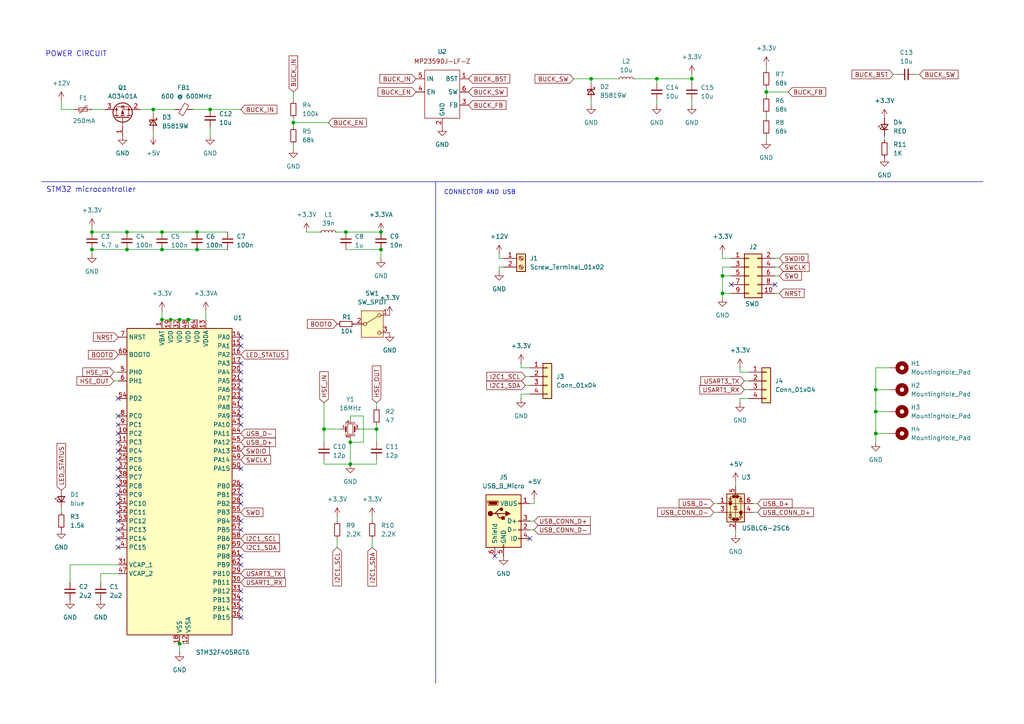
<source format=kicad_sch>
(kicad_sch (version 20231120) (generator "eeschema") (generator_version "8.0")
  (paper "A4")
  (title_block (title "STM32F4 board_1") (date "2024-10-15") (rev "1.0") (company "git_hub"))
  (lib_symbols
    (symbol "Connector:Screw_Terminal_01x02" (pin_names (offset 1.016) hide)
      (property "Reference" "J" (at 0 2.54 0))
      (property "Value" "Screw_Terminal_01x02" (at 0 -5.08 0))
      (symbol "Screw_Terminal_01x02_1_1"
        (pin passive line (at -5.08 0 0) (length 3.81) (name "Pin_1") (number "1"))
        (pin passive line (at -5.08 -2.54 0) (length 3.81) (name "Pin_2") (number "2"))
      )
    )
    (symbol "Connector:USB_B_Micro" (pin_names (offset 1.016))
      (property "Reference" "J" (at -5.08 11.43 0))
      (property "Value" "USB_B_Micro" (at -5.08 8.89 0))
      (symbol "USB_B_Micro_1_1"
        (pin power_out line (at 7.62 5.08 180) (length 2.54) (name "VBUS") (number "1"))
        (pin bidirectional line (at 7.62 -2.54 180) (length 2.54) (name "D-") (number "2"))
        (pin bidirectional line (at 7.62 0 180) (length 2.54) (name "D+") (number "3"))
        (pin passive line (at 7.62 -5.08 180) (length 2.54) (name "ID") (number "4"))
        (pin power_out line (at 0 -10.16 90) (length 2.54) (name "GND") (number "5"))
        (pin passive line (at -2.54 -10.16 90) (length 2.54) (name "Shield") (number "6"))
      )
    )
    (symbol "Connector_Generic:Conn_01x04" (pin_names (offset 1.016) hide)
      (property "Reference" "J" (at 0 5.08 0))
      (property "Value" "Conn_01x04" (at 0 -7.62 0))
      (symbol "Conn_01x04_1_1"
        (pin passive line (at -5.08 2.54 0) (length 3.81) (name "Pin_1") (number "1"))
        (pin passive line (at -5.08 0 0) (length 3.81) (name "Pin_2") (number "2"))
        (pin passive line (at -5.08 -2.54 0) (length 3.81) (name "Pin_3") (number "3"))
        (pin passive line (at -5.08 -5.08 0) (length 3.81) (name "Pin_4") (number "4"))
      )
    )
    (symbol "Connector_Generic:Conn_02x05_Odd_Even" (pin_names (offset 1.016) hide)
      (property "Reference" "J" (at 1.27 7.62 0))
      (property "Value" "Conn_02x05_Odd_Even" (at 1.27 -7.62 0))
      (symbol "Conn_02x05_Odd_Even_1_1"
        (pin passive line (at -5.08 5.08 0) (length 3.81) (name "Pin_1") (number "1"))
        (pin passive line (at 7.62 -5.08 180) (length 3.81) (name "Pin_10") (number "10"))
        (pin passive line (at 7.62 5.08 180) (length 3.81) (name "Pin_2") (number "2"))
        (pin passive line (at -5.08 2.54 0) (length 3.81) (name "Pin_3") (number "3"))
        (pin passive line (at 7.62 2.54 180) (length 3.81) (name "Pin_4") (number "4"))
        (pin passive line (at -5.08 0 0) (length 3.81) (name "Pin_5") (number "5"))
        (pin passive line (at 7.62 0 180) (length 3.81) (name "Pin_6") (number "6"))
        (pin passive line (at -5.08 -2.54 0) (length 3.81) (name "Pin_7") (number "7"))
        (pin passive line (at 7.62 -2.54 180) (length 3.81) (name "Pin_8") (number "8"))
        (pin passive line (at -5.08 -5.08 0) (length 3.81) (name "Pin_9") (number "9"))
      )
    )
    (symbol "Device:C_Small" (pin_numbers hide) (pin_names (offset 0.254) hide)
      (property "Reference" "C" (at 0.254 1.778 0))
      (property "Value" "C_Small" (at 0.254 -2.032 0))
      (symbol "C_Small_1_1"
        (pin passive line (at 0 2.54 270) (length 2.032) (name "~") (number "1"))
        (pin passive line (at 0 -2.54 90) (length 2.032) (name "~") (number "2"))
      )
    )
    (symbol "Device:Crystal_GND24_Small" (pin_names (offset 1.016) hide)
      (property "Reference" "Y" (at 1.27 4.445 0))
      (property "Value" "Crystal_GND24_Small" (at 1.27 2.54 0))
      (symbol "Crystal_GND24_Small_1_1"
        (pin passive line (at -2.54 0 0) (length 1.27) (name "1") (number "1"))
        (pin passive line (at 0 -2.54 90) (length 0.635) (name "2") (number "2"))
        (pin passive line (at 2.54 0 180) (length 1.27) (name "3") (number "3"))
        (pin passive line (at 0 2.54 270) (length 0.635) (name "4") (number "4"))
      )
    )
    (symbol "Device:D_Schottky_Small" (pin_numbers hide) (pin_names (offset 0.254) hide)
      (property "Reference" "D" (at -1.27 2.032 0))
      (property "Value" "D_Schottky_Small" (at -7.112 -2.032 0))
      (symbol "D_Schottky_Small_1_1"
        (pin passive line (at -2.54 0 0) (length 1.778) (name "K") (number "1"))
        (pin passive line (at 2.54 0 180) (length 1.778) (name "A") (number "2"))
      )
    )
    (symbol "Device:FerriteBead_Small" (pin_numbers hide) (pin_names (offset 0))
      (property "Reference" "FB" (at 1.905 1.27 0))
      (property "Value" "FerriteBead_Small" (at 1.905 -1.27 0))
      (symbol "FerriteBead_Small_1_1"
        (pin passive line (at 0 2.54 270) (length 1.27) (name "~") (number "1"))
        (pin passive line (at 0 -2.54 90) (length 1.27) (name "~") (number "2"))
      )
    )
    (symbol "Device:LED_Small" (pin_numbers hide) (pin_names (offset 0.254) hide)
      (property "Reference" "D" (at -1.27 3.175 0))
      (property "Value" "LED_Small" (at -4.445 -2.54 0))
      (symbol "LED_Small_1_1"
        (pin passive line (at -2.54 0 0) (length 1.778) (name "K") (number "1"))
        (pin passive line (at 2.54 0 180) (length 1.778) (name "A") (number "2"))
      )
    )
    (symbol "Device:L_Small" (pin_numbers hide) (pin_names (offset 0.254) hide)
      (property "Reference" "L" (at 0.762 1.016 0))
      (property "Value" "L_Small" (at 0.762 -1.016 0))
      (symbol "L_Small_1_1"
        (pin passive line (at 0 2.54 270) (length 0.508) (name "~") (number "1"))
        (pin passive line (at 0 -2.54 90) (length 0.508) (name "~") (number "2"))
      )
    )
    (symbol "Device:Polyfuse_Small" (pin_numbers hide) (pin_names (offset 0))
      (property "Reference" "F" (at -1.905 0 90))
      (property "Value" "Polyfuse_Small" (at 1.905 0 90))
      (symbol "Polyfuse_Small_1_1"
        (pin passive line (at 0 2.54 270) (length 0.635) (name "~") (number "1"))
        (pin passive line (at 0 -2.54 90) (length 0.635) (name "~") (number "2"))
      )
    )
    (symbol "Device:R_Small" (pin_numbers hide) (pin_names (offset 0.254) hide)
      (property "Reference" "R" (at 0.762 0.508 0))
      (property "Value" "R_Small" (at 0.762 -1.016 0))
      (symbol "R_Small_1_1"
        (pin passive line (at 0 2.54 270) (length 0.762) (name "~") (number "1"))
        (pin passive line (at 0 -2.54 90) (length 0.762) (name "~") (number "2"))
      )
    )
    (symbol "MCU_ST_STM32F4:STM32F405RGTx"
      (property "Reference" "U" (at -15.24 46.99 0))
      (property "Value" "STM32F405RGTx" (at 10.16 46.99 0))
      (symbol "STM32F405RGTx_1_1"
        (pin power_in line (at -5.08 48.26 270) (length 2.54) (name "VBAT") (number "1"))
        (pin bidirectional line (at -17.78 15.24 0) (length 2.54) (name "PC2") (number "10"))
        (pin bidirectional line (at -17.78 12.7 0) (length 2.54) (name "PC3") (number "11"))
        (pin power_in line (at 2.54 -45.72 90) (length 2.54) (name "VSSA") (number "12"))
        (pin power_in line (at 7.62 48.26 270) (length 2.54) (name "VDDA") (number "13"))
        (pin bidirectional line (at 17.78 43.18 180) (length 2.54) (name "PA0") (number "14"))
        (pin bidirectional line (at 17.78 40.64 180) (length 2.54) (name "PA1") (number "15"))
        (pin bidirectional line (at 17.78 38.1 180) (length 2.54) (name "PA2") (number "16"))
        (pin bidirectional line (at 17.78 35.56 180) (length 2.54) (name "PA3") (number "17"))
        (pin power_in line (at 0 -45.72 90) (length 2.54) (name "VSS") (number "18"))
        (pin power_in line (at -2.54 48.26 270) (length 2.54) (name "VDD") (number "19"))
        (pin bidirectional line (at -17.78 -12.7 0) (length 2.54) (name "PC13") (number "2"))
        (pin bidirectional line (at 17.78 33.02 180) (length 2.54) (name "PA4") (number "20"))
        (pin bidirectional line (at 17.78 30.48 180) (length 2.54) (name "PA5") (number "21"))
        (pin bidirectional line (at 17.78 27.94 180) (length 2.54) (name "PA6") (number "22"))
        (pin bidirectional line (at 17.78 25.4 180) (length 2.54) (name "PA7") (number "23"))
        (pin bidirectional line (at -17.78 10.16 0) (length 2.54) (name "PC4") (number "24"))
        (pin bidirectional line (at -17.78 7.62 0) (length 2.54) (name "PC5") (number "25"))
        (pin bidirectional line (at 17.78 0 180) (length 2.54) (name "PB0") (number "26"))
        (pin bidirectional line (at 17.78 -2.54 180) (length 2.54) (name "PB1") (number "27"))
        (pin bidirectional line (at 17.78 -5.08 180) (length 2.54) (name "PB2") (number "28"))
        (pin bidirectional line (at 17.78 -25.4 180) (length 2.54) (name "PB10") (number "29"))
        (pin bidirectional line (at -17.78 -15.24 0) (length 2.54) (name "PC14") (number "3"))
        (pin bidirectional line (at 17.78 -27.94 180) (length 2.54) (name "PB11") (number "30"))
        (pin power_out line (at -17.78 -22.86 0) (length 2.54) (name "VCAP_1") (number "31"))
        (pin power_in line (at 0 48.26 270) (length 2.54) (name "VDD") (number "32"))
        (pin bidirectional line (at 17.78 -30.48 180) (length 2.54) (name "PB12") (number "33"))
        (pin bidirectional line (at 17.78 -33.02 180) (length 2.54) (name "PB13") (number "34"))
        (pin bidirectional line (at 17.78 -35.56 180) (length 2.54) (name "PB14") (number "35"))
        (pin bidirectional line (at 17.78 -38.1 180) (length 2.54) (name "PB15") (number "36"))
        (pin bidirectional line (at -17.78 5.08 0) (length 2.54) (name "PC6") (number "37"))
        (pin bidirectional line (at -17.78 2.54 0) (length 2.54) (name "PC7") (number "38"))
        (pin bidirectional line (at -17.78 0 0) (length 2.54) (name "PC8") (number "39"))
        (pin bidirectional line (at -17.78 -17.78 0) (length 2.54) (name "PC15") (number "4"))
        (pin bidirectional line (at -17.78 -2.54 0) (length 2.54) (name "PC9") (number "40"))
        (pin bidirectional line (at 17.78 22.86 180) (length 2.54) (name "PA8") (number "41"))
        (pin bidirectional line (at 17.78 20.32 180) (length 2.54) (name "PA9") (number "42"))
        (pin bidirectional line (at 17.78 17.78 180) (length 2.54) (name "PA10") (number "43"))
        (pin bidirectional line (at 17.78 15.24 180) (length 2.54) (name "PA11") (number "44"))
        (pin bidirectional line (at 17.78 12.7 180) (length 2.54) (name "PA12") (number "45"))
        (pin bidirectional line (at 17.78 10.16 180) (length 2.54) (name "PA13") (number "46"))
        (pin power_out line (at -17.78 -25.4 0) (length 2.54) (name "VCAP_2") (number "47"))
        (pin power_in line (at 2.54 48.26 270) (length 2.54) (name "VDD") (number "48"))
        (pin bidirectional line (at 17.78 7.62 180) (length 2.54) (name "PA14") (number "49"))
        (pin bidirectional line (at -17.78 33.02 0) (length 2.54) (name "PH0") (number "5"))
        (pin bidirectional line (at 17.78 5.08 180) (length 2.54) (name "PA15") (number "50"))
        (pin bidirectional line (at -17.78 -5.08 0) (length 2.54) (name "PC10") (number "51"))
        (pin bidirectional line (at -17.78 -7.62 0) (length 2.54) (name "PC11") (number "52"))
        (pin bidirectional line (at -17.78 -10.16 0) (length 2.54) (name "PC12") (number "53"))
        (pin bidirectional line (at -17.78 25.4 0) (length 2.54) (name "PD2") (number "54"))
        (pin bidirectional line (at 17.78 -7.62 180) (length 2.54) (name "PB3") (number "55"))
        (pin bidirectional line (at 17.78 -10.16 180) (length 2.54) (name "PB4") (number "56"))
        (pin bidirectional line (at 17.78 -12.7 180) (length 2.54) (name "PB5") (number "57"))
        (pin bidirectional line (at 17.78 -15.24 180) (length 2.54) (name "PB6") (number "58"))
        (pin bidirectional line (at 17.78 -17.78 180) (length 2.54) (name "PB7") (number "59"))
        (pin bidirectional line (at -17.78 30.48 0) (length 2.54) (name "PH1") (number "6"))
        (pin input line (at -17.78 38.1 0) (length 2.54) (name "BOOT0") (number "60"))
        (pin bidirectional line (at 17.78 -20.32 180) (length 2.54) (name "PB8") (number "61"))
        (pin bidirectional line (at 17.78 -22.86 180) (length 2.54) (name "PB9") (number "62"))
        (pin passive line (at 0 -45.72 90) (length 2.54) hide (name "VSS") (number "63"))
        (pin power_in line (at 5.08 48.26 270) (length 2.54) (name "VDD") (number "64"))
        (pin input line (at -17.78 43.18 0) (length 2.54) (name "NRST") (number "7"))
        (pin bidirectional line (at -17.78 20.32 0) (length 2.54) (name "PC0") (number "8"))
        (pin bidirectional line (at -17.78 17.78 0) (length 2.54) (name "PC1") (number "9"))
      )
    )
    (symbol "Mechanical:MountingHole_Pad" (pin_numbers hide) (pin_names (offset 1.016) hide) (exclude_from_sim yes) (in_bom no)
      (property "Reference" "H" (at 0 6.35 0))
      (property "Value" "MountingHole_Pad" (at 0 4.445 0))
      (symbol "MountingHole_Pad_1_1"
        (pin input line (at 0 -2.54 90) (length 2.54) (name "1") (number "1"))
      )
    )
    (symbol "Power_Protection:USBLC6-2SC6" (pin_names hide)
      (property "Reference" "U" (at 0.635 5.715 0))
      (property "Value" "USBLC6-2SC6" (at 0.635 3.81 0))
      (symbol "USBLC6-2SC6_1_1"
        (pin passive line (at -5.08 0 0) (length 2.54) (name "I/O1") (number "1"))
        (pin passive line (at 0 -7.62 90) (length 2.54) (name "GND") (number "2"))
        (pin passive line (at -5.08 -2.54 0) (length 2.54) (name "I/O2") (number "3"))
        (pin passive line (at 5.08 -2.54 180) (length 2.54) (name "I/O2") (number "4"))
        (pin passive line (at 0 5.08 270) (length 2.54) (name "VBUS") (number "5"))
        (pin passive line (at 5.08 0 180) (length 2.54) (name "I/O1") (number "6"))
      )
    )
    (symbol "Switch:SW_SPDT" (pin_names (offset 0) hide)
      (property "Reference" "SW" (at 0 5.08 0))
      (property "Value" "SW_SPDT" (at 0 -5.08 0))
      (symbol "SW_SPDT_1_1"
        (pin passive line (at 5.08 2.54 180) (length 2.54) (name "A") (number "1"))
        (pin passive line (at -5.08 0 0) (length 2.54) (name "B") (number "2"))
        (pin passive line (at 5.08 -2.54 180) (length 2.54) (name "C") (number "3"))
      )
    )
    (symbol "Transistor_FET:AO3401A" (pin_names hide)
      (property "Reference" "Q" (at 5.08 1.905 0))
      (property "Value" "AO3401A" (at 5.08 0 0))
      (symbol "AO3401A_1_1"
        (pin input line (at -5.08 0 0) (length 2.54) (name "G") (number "1"))
        (pin passive line (at 2.54 -5.08 90) (length 2.54) (name "S") (number "2"))
        (pin passive line (at 2.54 5.08 270) (length 2.54) (name "D") (number "3"))
      )
    )
    (symbol "custom_libraries:MP2359"
      (property "Reference" "U" (at 0 19.05 0))
      (symbol "MP2359_1_1"
        (text "MP2359DJ-LF-Z\n" (at 0 16.51 0) (effects (font (size 1.27 1.27))))
        (pin input line (at 7.62 11.43 180) (length 2.54) (name "BST") (number "1"))
        (pin input line (at 0 -2.54 90) (length 2.54) (name "GND") (number "2"))
        (pin input line (at 7.62 3.81 180) (length 2.54) (name "FB") (number "3"))
        (pin input line (at -7.62 7.62 0) (length 2.54) (name "EN") (number "4"))
        (pin input line (at -7.62 11.43 0) (length 2.54) (name "IN") (number "5"))
        (pin input line (at 7.62 7.62 180) (length 2.54) (name "SW") (number "6"))
      )
    )
    (symbol "power:+12V" (power) (pin_numbers hide) (pin_names (offset 0) hide)
      (property "Value" "+12V" (at 0 3.556 0))
      (symbol "+12V_1_1"
        (pin power_in line (at 0 0 90) (length 0) (name "~") (number "1"))
      )
    )
    (symbol "power:+3.3V" (power) (pin_numbers hide) (pin_names (offset 0) hide)
      (property "Value" "+3.3V" (at 0 3.556 0))
      (symbol "+3.3V_1_1"
        (pin power_in line (at 0 0 90) (length 0) (name "~") (number "1"))
      )
    )
    (symbol "power:+3.3VA" (power) (pin_numbers hide) (pin_names (offset 0) hide)
      (property "Value" "+3.3VA" (at 0 3.556 0))
      (symbol "+3.3VA_1_1"
        (pin power_in line (at 0 0 90) (length 0) (name "~") (number "1"))
      )
    )
    (symbol "power:+5V" (power) (pin_numbers hide) (pin_names (offset 0) hide)
      (property "Value" "+5V" (at 0 3.556 0))
      (symbol "+5V_1_1"
        (pin power_in line (at 0 0 90) (length 0) (name "~") (number "1"))
      )
    )
    (symbol "power:GND" (power) (pin_numbers hide) (pin_names (offset 0) hide)
      (property "Value" "GND" (at 0 -3.81 0))
      (symbol "GND_1_1"
        (pin power_in line (at 0 0 270) (length 0) (name "~") (number "1"))
      )
    )
  )
  (junction (at 209.55 80.01))
  (junction (at 93.98 124.46))
  (junction (at 254 125.73))
  (junction (at 171.45 22.86))
  (junction (at 101.6 128.27))
  (junction (at 110.49 67.31))
  (junction (at 46.99 72.39))
  (junction (at 26.67 72.39))
  (junction (at 54.61 92.71))
  (junction (at 46.99 92.71))
  (junction (at 101.6 134.62))
  (junction (at 36.83 72.39))
  (junction (at 36.83 67.31))
  (junction (at 200.66 22.86))
  (junction (at 49.53 92.71))
  (junction (at 46.99 67.31))
  (junction (at 254 113.03))
  (junction (at 57.15 72.39))
  (junction (at 60.96 31.75))
  (junction (at 57.15 67.31))
  (junction (at 222.25 26.67))
  (junction (at 209.55 85.09))
  (junction (at 85.09 35.56))
  (junction (at 44.45 31.75))
  (junction (at 52.07 92.71))
  (junction (at 254 119.38))
  (junction (at 109.22 124.46))
  (junction (at 110.49 72.39))
  (junction (at 190.5 22.86))
  (junction (at 26.67 67.31))
  (junction (at 100.33 67.31))
  (junction (at 52.07 186.69))
  (no_connect (at 69.85 163.83))
  (no_connect (at 34.29 151.13))
  (no_connect (at 224.79 82.55))
  (no_connect (at 69.85 105.41))
  (no_connect (at 34.29 153.67))
  (no_connect (at 34.29 146.05))
  (no_connect (at 34.29 135.89))
  (no_connect (at 34.29 140.97))
  (no_connect (at 69.85 107.95))
  (no_connect (at 34.29 125.73))
  (no_connect (at 69.85 143.51))
  (no_connect (at 212.09 82.55))
  (no_connect (at 69.85 110.49))
  (no_connect (at 69.85 140.97))
  (no_connect (at 34.29 128.27))
  (no_connect (at 34.29 123.19))
  (no_connect (at 34.29 138.43))
  (no_connect (at 69.85 97.79))
  (no_connect (at 34.29 148.59))
  (no_connect (at 69.85 123.19))
  (no_connect (at 143.51 161.29))
  (no_connect (at 69.85 118.11))
  (no_connect (at 69.85 151.13))
  (no_connect (at 34.29 133.35))
  (no_connect (at 69.85 173.99))
  (no_connect (at 69.85 153.67))
  (no_connect (at 69.85 115.57))
  (no_connect (at 69.85 120.65))
  (no_connect (at 34.29 158.75))
  (no_connect (at 153.67 156.21))
  (no_connect (at 34.29 143.51))
  (no_connect (at 34.29 130.81))
  (no_connect (at 69.85 135.89))
  (no_connect (at 69.85 100.33))
  (no_connect (at 69.85 171.45))
  (no_connect (at 69.85 113.03))
  (no_connect (at 69.85 179.07))
  (no_connect (at 34.29 156.21))
  (no_connect (at 34.29 120.65))
  (no_connect (at 69.85 161.29))
  (no_connect (at 34.29 115.57))
  (no_connect (at 69.85 146.05))
  (no_connect (at 69.85 176.53))
  (wire (pts (xy 105.41 120.65) (xy 105.41 128.27)))
  (wire (pts (xy 107.95 156.21) (xy 107.95 158.75)))
  (wire (pts (xy 166.37 22.86) (xy 171.45 22.86)))
  (wire (pts (xy 209.55 86.36) (xy 209.55 85.09)))
  (wire (pts (xy 213.36 153.67) (xy 213.36 154.94)))
  (wire (pts (xy 60.96 31.75) (xy 69.85 31.75)))
  (wire (pts (xy 104.14 124.46) (xy 109.22 124.46)))
  (wire (pts (xy 222.25 26.67) (xy 228.6 26.67)))
  (wire (pts (xy 20.32 163.83) (xy 34.29 163.83)))
  (wire (pts (xy 209.55 85.09) (xy 212.09 85.09)))
  (wire (pts (xy 254 125.73) (xy 254 128.27)))
  (wire (pts (xy 36.83 72.39) (xy 46.99 72.39)))
  (wire (pts (xy 44.45 38.1) (xy 44.45 39.37)))
  (wire (pts (xy 214.63 115.57) (xy 214.63 116.84)))
  (wire (pts (xy 151.13 105.41) (xy 151.13 106.68)))
  (wire (pts (xy 85.09 35.56) (xy 95.25 35.56)))
  (wire (pts (xy 109.22 123.19) (xy 109.22 124.46)))
  (wire (pts (xy 36.83 67.31) (xy 46.99 67.31)))
  (wire (pts (xy 153.67 151.13) (xy 154.94 151.13)))
  (wire (pts (xy 52.07 186.69) (xy 52.07 189.23)))
  (wire (pts (xy 152.4 111.76) (xy 153.67 111.76)))
  (wire (pts (xy 144.78 78.74) (xy 144.78 77.47)))
  (wire (pts (xy 110.49 72.39) (xy 110.49 74.93)))
  (wire (pts (xy 34.29 166.37) (xy 29.21 166.37)))
  (wire (pts (xy 44.45 31.75) (xy 44.45 33.02)))
  (wire (pts (xy 93.98 134.62) (xy 101.6 134.62)))
  (wire (pts (xy 17.78 29.21) (xy 17.78 31.75)))
  (wire (pts (xy 224.79 77.47) (xy 226.06 77.47)))
  (wire (pts (xy 29.21 166.37) (xy 29.21 168.91)))
  (wire (pts (xy 93.98 128.27) (xy 93.98 124.46)))
  (wire (pts (xy 57.15 72.39) (xy 66.04 72.39)))
  (wire (pts (xy 26.67 67.31) (xy 36.83 67.31)))
  (wire (pts (xy 207.01 148.59) (xy 208.28 148.59)))
  (wire (pts (xy 222.25 39.37) (xy 222.25 40.64)))
  (wire (pts (xy 256.54 40.64) (xy 256.54 39.37)))
  (wire (pts (xy 224.79 85.09) (xy 226.06 85.09)))
  (wire (pts (xy 97.79 149.86) (xy 97.79 151.13)))
  (wire (pts (xy 209.55 77.47) (xy 209.55 80.01)))
  (wire (pts (xy 93.98 116.84) (xy 93.98 124.46)))
  (wire (pts (xy 26.67 72.39) (xy 36.83 72.39)))
  (wire (pts (xy 190.5 29.21) (xy 190.5 30.48)))
  (wire (pts (xy 97.79 156.21) (xy 97.79 158.75)))
  (wire (pts (xy 222.25 26.67) (xy 222.25 27.94)))
  (wire (pts (xy 144.78 74.93) (xy 146.05 74.93)))
  (wire (pts (xy 209.55 74.93) (xy 212.09 74.93)))
  (polyline (pts (xy 12.065 52.705) (xy 126.365 52.705)))
  (polyline (pts (xy 126.365 198.12) (xy 126.365 52.705)))
  (wire (pts (xy 60.96 39.37) (xy 60.96 36.83)))
  (wire (pts (xy 152.4 109.22) (xy 153.67 109.22)))
  (wire (pts (xy 17.78 148.59) (xy 17.78 147.32)))
  (wire (pts (xy 171.45 22.86) (xy 179.07 22.86)))
  (wire (pts (xy 59.69 90.17) (xy 59.69 92.71)))
  (wire (pts (xy 171.45 22.86) (xy 171.45 24.13)))
  (wire (pts (xy 85.09 26.67) (xy 85.09 29.21)))
  (wire (pts (xy 97.79 67.31) (xy 100.33 67.31)))
  (wire (pts (xy 153.67 114.3) (xy 151.13 114.3)))
  (wire (pts (xy 26.67 31.75) (xy 30.48 31.75)))
  (wire (pts (xy 254 113.03) (xy 254 119.38)))
  (wire (pts (xy 154.94 144.78) (xy 154.94 146.05)))
  (wire (pts (xy 254 119.38) (xy 257.81 119.38)))
  (wire (pts (xy 55.88 31.75) (xy 60.96 31.75)))
  (wire (pts (xy 101.6 127) (xy 101.6 128.27)))
  (wire (pts (xy 144.78 73.66) (xy 144.78 74.93)))
  (polyline (pts (xy 126.365 52.705) (xy 285.115 52.705)))
  (wire (pts (xy 200.66 22.86) (xy 190.5 22.86)))
  (wire (pts (xy 46.99 67.31) (xy 57.15 67.31)))
  (wire (pts (xy 100.33 67.31) (xy 110.49 67.31)))
  (wire (pts (xy 40.64 31.75) (xy 44.45 31.75)))
  (wire (pts (xy 217.17 115.57) (xy 214.63 115.57)))
  (wire (pts (xy 101.6 121.92) (xy 101.6 120.65)))
  (wire (pts (xy 46.99 90.17) (xy 46.99 92.71)))
  (wire (pts (xy 254 113.03) (xy 257.81 113.03)))
  (wire (pts (xy 213.36 139.7) (xy 213.36 140.97)))
  (wire (pts (xy 88.9 67.31) (xy 92.71 67.31)))
  (wire (pts (xy 105.41 128.27) (xy 101.6 128.27)))
  (wire (pts (xy 93.98 133.35) (xy 93.98 134.62)))
  (wire (pts (xy 214.63 107.95) (xy 217.17 107.95)))
  (wire (pts (xy 17.78 31.75) (xy 21.59 31.75)))
  (wire (pts (xy 109.22 118.11) (xy 109.22 116.84)))
  (wire (pts (xy 107.95 149.86) (xy 107.95 151.13)))
  (wire (pts (xy 100.33 72.39) (xy 110.49 72.39)))
  (wire (pts (xy 52.07 92.71) (xy 54.61 92.71)))
  (wire (pts (xy 184.15 22.86) (xy 190.5 22.86)))
  (wire (pts (xy 154.94 146.05) (xy 153.67 146.05)))
  (wire (pts (xy 33.02 110.49) (xy 34.29 110.49)))
  (wire (pts (xy 200.66 21.59) (xy 200.66 22.86)))
  (wire (pts (xy 46.99 92.71) (xy 49.53 92.71)))
  (wire (pts (xy 209.55 80.01) (xy 212.09 80.01)))
  (wire (pts (xy 20.32 168.91) (xy 20.32 163.83)))
  (wire (pts (xy 218.44 148.59) (xy 219.71 148.59)))
  (wire (pts (xy 265.43 21.59) (xy 266.7 21.59)))
  (wire (pts (xy 222.25 25.4) (xy 222.25 26.67)))
  (wire (pts (xy 214.63 106.68) (xy 214.63 107.95)))
  (wire (pts (xy 257.81 106.68) (xy 254 106.68)))
  (wire (pts (xy 109.22 124.46) (xy 109.22 128.27)))
  (wire (pts (xy 215.9 113.03) (xy 217.17 113.03)))
  (wire (pts (xy 46.99 72.39) (xy 57.15 72.39)))
  (wire (pts (xy 26.67 72.39) (xy 26.67 73.66)))
  (wire (pts (xy 151.13 114.3) (xy 151.13 115.57)))
  (wire (pts (xy 33.02 107.95) (xy 34.29 107.95)))
  (wire (pts (xy 26.67 66.04) (xy 26.67 67.31)))
  (wire (pts (xy 101.6 120.65) (xy 105.41 120.65)))
  (wire (pts (xy 207.01 146.05) (xy 208.28 146.05)))
  (wire (pts (xy 254 119.38) (xy 254 125.73)))
  (wire (pts (xy 93.98 124.46) (xy 99.06 124.46)))
  (wire (pts (xy 153.67 153.67) (xy 154.94 153.67)))
  (wire (pts (xy 85.09 41.91) (xy 85.09 43.18)))
  (wire (pts (xy 209.55 77.47) (xy 212.09 77.47)))
  (wire (pts (xy 49.53 92.71) (xy 52.07 92.71)))
  (wire (pts (xy 209.55 73.66) (xy 209.55 74.93)))
  (wire (pts (xy 54.61 92.71) (xy 57.15 92.71)))
  (wire (pts (xy 200.66 22.86) (xy 200.66 24.13)))
  (wire (pts (xy 222.25 33.02) (xy 222.25 34.29)))
  (wire (pts (xy 151.13 106.68) (xy 153.67 106.68)))
  (wire (pts (xy 224.79 80.01) (xy 226.06 80.01)))
  (wire (pts (xy 109.22 133.35) (xy 109.22 134.62)))
  (wire (pts (xy 224.79 74.93) (xy 226.06 74.93)))
  (wire (pts (xy 109.22 134.62) (xy 101.6 134.62)))
  (wire (pts (xy 209.55 80.01) (xy 209.55 85.09)))
  (wire (pts (xy 254 106.68) (xy 254 113.03)))
  (wire (pts (xy 200.66 29.21) (xy 200.66 30.48)))
  (wire (pts (xy 85.09 34.29) (xy 85.09 35.56)))
  (wire (pts (xy 52.07 186.69) (xy 54.61 186.69)))
  (wire (pts (xy 254 125.73) (xy 257.81 125.73)))
  (wire (pts (xy 101.6 128.27) (xy 101.6 134.62)))
  (wire (pts (xy 222.25 19.05) (xy 222.25 20.32)))
  (wire (pts (xy 190.5 22.86) (xy 190.5 24.13)))
  (wire (pts (xy 57.15 67.31) (xy 66.04 67.31)))
  (wire (pts (xy 44.45 31.75) (xy 50.8 31.75)))
  (wire (pts (xy 144.78 77.47) (xy 146.05 77.47)))
  (wire (pts (xy 218.44 146.05) (xy 219.71 146.05)))
  (wire (pts (xy 171.45 29.21) (xy 171.45 30.48)))
  (wire (pts (xy 215.9 110.49) (xy 217.17 110.49)))
  (wire (pts (xy 85.09 35.56) (xy 85.09 36.83)))
  (wire (pts (xy 259.08 21.59) (xy 260.35 21.59)))
  (text "STM32 microcontroller\n" (at 26.416 55.118 0) (effects (font (size 1.524 1.524))))
  (text "CONNECTOR AND USB\n" (at 139.192 55.88 0) (effects (font (size 1.27 1.27))))
  (text "POWER CIRCUIT\n" (at 22.098 15.748 0) (effects (font (size 1.524 1.524))))
  (global_label "NRST" (shape input) (at 226.06 85.09 0) (property "Intersheetrefs" "${INTERSHEET_REFS}" (effects (hide yes))))
  (global_label "USART1_RX" (shape input) (at 215.9 113.03 180) (property "Intersheetrefs" "${INTERSHEET_REFS}" (effects (hide yes))))
  (global_label "SWO" (shape input) (at 69.85 148.59 0) (property "Intersheetrefs" "${INTERSHEET_REFS}" (effects (hide yes))))
  (global_label "BUCK_BST" (shape input) (at 135.89 22.86 0) (property "Intersheetrefs" "${INTERSHEET_REFS}" (effects (hide yes))))
  (global_label "USART3_TX" (shape input) (at 69.85 166.37 0) (property "Intersheetrefs" "${INTERSHEET_REFS}" (effects (hide yes))))
  (global_label "SWO" (shape input) (at 226.06 80.01 0) (property "Intersheetrefs" "${INTERSHEET_REFS}" (effects (hide yes))))
  (global_label "USB_D-" (shape input) (at 207.01 146.05 180) (property "Intersheetrefs" "${INTERSHEET_REFS}" (effects (hide yes))))
  (global_label "HSE_IN" (shape input) (at 33.02 107.95 180) (property "Intersheetrefs" "${INTERSHEET_REFS}" (effects (hide yes))))
  (global_label "HSE_OUT" (shape input) (at 33.02 110.49 180) (property "Intersheetrefs" "${INTERSHEET_REFS}" (effects (hide yes))))
  (global_label "I2C1_SDA" (shape input) (at 107.95 158.75 270) (property "Intersheetrefs" "${INTERSHEET_REFS}" (effects (hide yes))))
  (global_label "USART1_RX" (shape input) (at 69.85 168.91 0) (property "Intersheetrefs" "${INTERSHEET_REFS}" (effects (hide yes))))
  (global_label "SWCLK" (shape input) (at 69.85 133.35 0) (property "Intersheetrefs" "${INTERSHEET_REFS}" (effects (hide yes))))
  (global_label "USB_D-" (shape input) (at 69.85 125.73 0) (property "Intersheetrefs" "${INTERSHEET_REFS}" (effects (hide yes))))
  (global_label "USB_CONN_D+" (shape input) (at 154.94 151.13 0) (property "Intersheetrefs" "${INTERSHEET_REFS}" (effects (hide yes))))
  (global_label "USB_CONN_D-" (shape input) (at 154.94 153.67 0) (property "Intersheetrefs" "${INTERSHEET_REFS}" (effects (hide yes))))
  (global_label "BUCK_FB" (shape input) (at 228.6 26.67 0) (property "Intersheetrefs" "${INTERSHEET_REFS}" (effects (hide yes))))
  (global_label "BUCK_IN" (shape input) (at 85.09 26.67 90) (property "Intersheetrefs" "${INTERSHEET_REFS}" (effects (hide yes))))
  (global_label "HSE_IN" (shape input) (at 93.98 116.84 90) (property "Intersheetrefs" "${INTERSHEET_REFS}" (effects (hide yes))))
  (global_label "I2C1_SDA" (shape input) (at 69.85 158.75 0) (property "Intersheetrefs" "${INTERSHEET_REFS}" (effects (hide yes))))
  (global_label "BUCK_SW" (shape input) (at 166.37 22.86 180) (property "Intersheetrefs" "${INTERSHEET_REFS}" (effects (hide yes))))
  (global_label "LED_STATUS" (shape input) (at 17.78 142.24 90) (property "Intersheetrefs" "${INTERSHEET_REFS}" (effects (hide yes))))
  (global_label "BUCK_EN" (shape input) (at 120.65 26.67 180) (property "Intersheetrefs" "${INTERSHEET_REFS}" (effects (hide yes))))
  (global_label "BUCK_SW" (shape input) (at 135.89 26.67 0) (property "Intersheetrefs" "${INTERSHEET_REFS}" (effects (hide yes))))
  (global_label "BUCK_IN" (shape input) (at 69.85 31.75 0) (property "Intersheetrefs" "${INTERSHEET_REFS}" (effects (hide yes))))
  (global_label "BUCK_BST" (shape input) (at 259.08 21.59 180) (property "Intersheetrefs" "${INTERSHEET_REFS}" (effects (hide yes))))
  (global_label "NRST" (shape input) (at 34.29 97.79 180) (property "Intersheetrefs" "${INTERSHEET_REFS}" (effects (hide yes))))
  (global_label "USART3_TX" (shape input) (at 215.9 110.49 180) (property "Intersheetrefs" "${INTERSHEET_REFS}" (effects (hide yes))))
  (global_label "I2C1_SCL" (shape input) (at 97.79 158.75 270) (property "Intersheetrefs" "${INTERSHEET_REFS}" (effects (hide yes))))
  (global_label "BUCK_IN" (shape input) (at 120.65 22.86 180) (property "Intersheetrefs" "${INTERSHEET_REFS}" (effects (hide yes))))
  (global_label "I2C1_SDA" (shape input) (at 152.4 111.76 180) (property "Intersheetrefs" "${INTERSHEET_REFS}" (effects (hide yes))))
  (global_label "SWCLK" (shape input) (at 226.06 77.47 0) (property "Intersheetrefs" "${INTERSHEET_REFS}" (effects (hide yes))))
  (global_label "HSE_OUT" (shape input) (at 109.22 116.84 90) (property "Intersheetrefs" "${INTERSHEET_REFS}" (effects (hide yes))))
  (global_label "USB_CONN_D+" (shape input) (at 219.71 148.59 0) (property "Intersheetrefs" "${INTERSHEET_REFS}" (effects (hide yes))))
  (global_label "USB_D+" (shape input) (at 69.85 128.27 0) (property "Intersheetrefs" "${INTERSHEET_REFS}" (effects (hide yes))))
  (global_label "USB_CONN_D-" (shape input) (at 207.01 148.59 180) (property "Intersheetrefs" "${INTERSHEET_REFS}" (effects (hide yes))))
  (global_label "BOOTO" (shape input) (at 34.29 102.87 180) (property "Intersheetrefs" "${INTERSHEET_REFS}" (effects (hide yes))))
  (global_label "LED_STATUS" (shape input) (at 69.85 102.87 0) (property "Intersheetrefs" "${INTERSHEET_REFS}" (effects (hide yes))))
  (global_label "I2C1_SCL" (shape input) (at 152.4 109.22 180) (property "Intersheetrefs" "${INTERSHEET_REFS}" (effects (hide yes))))
  (global_label "BUCK_FB" (shape input) (at 135.89 30.48 0) (property "Intersheetrefs" "${INTERSHEET_REFS}" (effects (hide yes))))
  (global_label "BUCK_SW" (shape input) (at 266.7 21.59 0) (property "Intersheetrefs" "${INTERSHEET_REFS}" (effects (hide yes))))
  (global_label "BOOTO" (shape input) (at 97.79 93.98 180) (property "Intersheetrefs" "${INTERSHEET_REFS}" (effects (hide yes))))
  (global_label "SWDIO" (shape input) (at 226.06 74.93 0) (property "Intersheetrefs" "${INTERSHEET_REFS}" (effects (hide yes))))
  (global_label "USB_D+" (shape input) (at 219.71 146.05 0) (property "Intersheetrefs" "${INTERSHEET_REFS}" (effects (hide yes))))
  (global_label "BUCK_EN" (shape input) (at 95.25 35.56 0) (property "Intersheetrefs" "${INTERSHEET_REFS}" (effects (hide yes))))
  (global_label "SWDIO" (shape input) (at 69.85 130.81 0) (property "Intersheetrefs" "${INTERSHEET_REFS}" (effects (hide yes))))
  (global_label "I2C1_SCL" (shape input) (at 69.85 156.21 0) (property "Intersheetrefs" "${INTERSHEET_REFS}" (effects (hide yes))))
  (symbol (lib_id "Device:C_Small") (at 60.96 34.29 0) (unit 1)
    (property "Reference" "C12" (at 63.5 33.0262 0) (effects (justify left)))
    (property "Value" "10u" (at 63.5 35.5662 0) (effects (justify left)))
    (property "Footprint" "Capacitor_SMD:C_1206_3216Metric" (effects (hide yes)))
    (property "Description" "Unpolarized capacitor, small symbol" (effects (hide yes)))
  )
  (symbol (lib_id "power:GND") (at 256.54 45.72 0) (unit 1)
    (property "Reference" "#PWR041" (effects (hide yes)))
    (property "Value" "GND" (at 256.54 50.8 0))
    (property "Description" "Power symbol creates a global label with name \"GND\" , ground" (effects (hide yes)))
  )
  (symbol (lib_id "power:GND") (at 151.13 115.57 0) (unit 1)
    (property "Reference" "#PWR032" (effects (hide yes)))
    (property "Value" "GND" (at 151.13 120.65 0))
    (property "Description" "Power symbol creates a global label with name \"GND\" , ground" (effects (hide yes)))
  )
  (symbol (lib_id "Device:C_Small") (at 57.15 69.85 0) (unit 1)
    (property "Reference" "C6" (at 59.69 68.5862 0) (effects (justify left)))
    (property "Value" "100n" (at 59.69 71.1262 0) (effects (justify left)))
    (property "Footprint" "Capacitor_SMD:C_0504_1310Metric" (effects (hide yes)))
    (property "Description" "Unpolarized capacitor, small symbol" (effects (hide yes)))
  )
  (symbol (lib_id "power:GND") (at 222.25 40.64 0) (unit 1)
    (property "Reference" "#PWR021" (effects (hide yes)))
    (property "Value" "GND" (at 222.25 45.72 0))
    (property "Description" "Power symbol creates a global label with name \"GND\" , ground" (effects (hide yes)))
  )
  (symbol (lib_id "power:+3.3V") (at 97.79 149.86 0) (unit 1)
    (property "Reference" "#PWR030" (effects (hide yes)))
    (property "Value" "+3.3V" (at 97.79 144.78 0))
    (property "Description" "Power symbol creates a global label with name \"+3.3V\"" (effects (hide yes)))
  )
  (symbol (lib_id "Device:C_Small") (at 46.99 69.85 0) (unit 1)
    (property "Reference" "C5" (at 49.53 68.5862 0) (effects (justify left)))
    (property "Value" "100n" (at 49.53 71.1262 0) (effects (justify left)))
    (property "Footprint" "Capacitor_SMD:C_0504_1310Metric" (effects (hide yes)))
    (property "Description" "Unpolarized capacitor, small symbol" (effects (hide yes)))
  )
  (symbol (lib_id "MCU_ST_STM32F4:STM32F405RGTx") (at 52.07 140.97 0) (unit 1)
    (property "Reference" "U1" (at 67.564 92.202 0) (effects (justify left)))
    (property "Value" "STM32F405RGT6" (at 56.8041 189.23 0) (effects (justify left)))
    (property "Footprint" "Package_QFP:LQFP-64_10x10mm_P0.5mm" (effects (hide yes)))
    (property "Datasheet" "https://www.st.com/resource/en/datasheet/stm32f405rg.pdf" (effects (hide yes)))
    (property "Description" "STMicroelectronics Arm Cortex-M4 MCU, 1024KB flash, 192KB RAM, 168 MHz, 1.8-3.6V, 51 GPIO, LQFP64" (effects (hide yes)))
  )
  (symbol (lib_id "Device:L_Small") (at 181.61 22.86 90) (unit 1)
    (property "Reference" "L2" (at 181.61 17.78 90))
    (property "Value" "10u" (at 181.61 20.32 90))
    (property "Footprint" "Inductor_SMD:L_Sunlord_MWSA0518S" (effects (hide yes)))
    (property "Description" "Inductor, small symbol" (effects (hide yes)))
  )
  (symbol (lib_id "power:GND") (at 144.78 78.74 0) (unit 1)
    (property "Reference" "#PWR027" (effects (hide yes)))
    (property "Value" "GND" (at 144.78 83.82 0))
    (property "Description" "Power symbol creates a global label with name \"GND\" , ground" (effects (hide yes)))
  )
  (symbol (lib_id "power:GND") (at 101.6 134.62 0) (unit 1)
    (property "Reference" "#PWR013" (effects (hide yes)))
    (property "Value" "GND" (at 101.6 139.7 0))
    (property "Description" "Power symbol creates a global label with name \"GND\" , ground" (effects (hide yes)))
  )
  (symbol (lib_id "Device:R_Small") (at 222.25 22.86 0) (unit 1)
    (property "Reference" "R7" (at 224.79 21.5899 0) (effects (justify left)))
    (property "Value" "68k" (at 224.79 24.1299 0) (effects (justify left)))
    (property "Footprint" "Resistor_SMD:R_0612_1632Metric" (effects (hide yes)))
    (property "Description" "Resistor, small symbol" (effects (hide yes)))
  )
  (symbol (lib_id "custom_libraries:MP2359") (at 128.27 34.29 0) (unit 1)
    (property "Reference" "U2" (at 128.27 14.986 0))
    (property "Value" "~" (at 128.27 15.24 0))
    (property "Footprint" "Package_TO_SOT_SMD:SOT-23-6" (effects (hide yes)))
  )
  (symbol (lib_id "Connector_Generic:Conn_01x04") (at 222.25 110.49 0) (unit 1)
    (property "Reference" "J4" (at 224.79 110.4899 0) (effects (justify left)))
    (property "Value" "Conn_01x04" (at 224.79 113.0299 0) (effects (justify left)))
    (property "Footprint" "Connector_Molex:Molex_PicoBlade_53048-0410_1x04_P1.25mm_Horizontal" (effects (hide yes)))
    (property "Description" "Generic connector, single row, 01x04, script generated (kicad-library-utils/schlib/autogen/connector/)" (effects (hide yes)))
  )
  (symbol (lib_id "power:GND") (at 213.36 154.94 0) (unit 1)
    (property "Reference" "#PWR039" (effects (hide yes)))
    (property "Value" "GND" (at 213.36 160.02 0))
    (property "Description" "Power symbol creates a global label with name \"GND\" , ground" (effects (hide yes)))
  )
  (symbol (lib_id "power:+3.3V") (at 46.99 90.17 0) (unit 1)
    (property "Reference" "#PWR02" (effects (hide yes)))
    (property "Value" "+3.3V" (at 46.99 85.09 0))
    (property "Description" "Power symbol creates a global label with name \"+3.3V\"" (effects (hide yes)))
  )
  (symbol (lib_id "Device:C_Small") (at 93.98 130.81 0) (unit 1)
    (property "Reference" "C10" (at 96.52 129.5462 0) (effects (justify left)))
    (property "Value" "12p" (at 96.52 132.0862 0) (effects (justify left)))
    (property "Footprint" "Capacitor_SMD:C_0402_1005Metric" (effects (hide yes)))
    (property "Description" "Unpolarized capacitor, small symbol" (effects (hide yes)))
  )
  (symbol (lib_id "power:+3.3V") (at 222.25 19.05 0) (unit 1)
    (property "Reference" "#PWR025" (effects (hide yes)))
    (property "Value" "+3.3V" (at 222.25 13.97 0))
    (property "Description" "Power symbol creates a global label with name \"+3.3V\"" (effects (hide yes)))
  )
  (symbol (lib_id "power:GND") (at 29.21 173.99 0) (unit 1)
    (property "Reference" "#PWR04" (effects (hide yes)))
    (property "Value" "GND" (at 29.21 179.07 0))
    (property "Description" "Power symbol creates a global label with name \"GND\" , ground" (effects (hide yes)))
  )
  (symbol (lib_id "Device:C_Small") (at 26.67 69.85 0) (unit 1)
    (property "Reference" "C3" (at 29.21 68.5862 0) (effects (justify left)))
    (property "Value" "4.7 u" (at 29.21 71.1262 0) (effects (justify left)))
    (property "Footprint" "Capacitor_SMD:C_0402_1005Metric" (effects (hide yes)))
    (property "Description" "Unpolarized capacitor, small symbol" (effects (hide yes)))
  )
  (symbol (lib_id "Device:R_Small") (at 85.09 31.75 0) (unit 1)
    (property "Reference" "R4" (at 87.63 30.4799 0) (effects (justify left)))
    (property "Value" "100k" (at 87.63 33.0199 0) (effects (justify left)))
    (property "Footprint" "Resistor_SMD:R_0612_1632Metric" (effects (hide yes)))
    (property "Description" "Resistor, small symbol" (effects (hide yes)))
  )
  (symbol (lib_id "Device:R_Small") (at 107.95 153.67 0) (unit 1)
    (property "Reference" "R10" (at 110.49 152.3999 0) (effects (justify left)))
    (property "Value" "2.2K" (at 110.49 154.9399 0) (effects (justify left)))
    (property "Footprint" "Resistor_SMD:R_0402_1005Metric_Pad0.72x0.64mm_HandSolder" (effects (hide yes)))
    (property "Description" "Resistor, small symbol" (effects (hide yes)))
  )
  (symbol (lib_id "Device:C_Small") (at 200.66 26.67 180) (unit 1)
    (property "Reference" "C15" (at 203.2 25.3935 0) (effects (justify right)))
    (property "Value" "10u" (at 203.2 27.9335 0) (effects (justify right)))
    (property "Footprint" "Capacitor_SMD:C_1206_3216Metric" (effects (hide yes)))
    (property "Description" "Unpolarized capacitor, small symbol" (effects (hide yes)))
  )
  (symbol (lib_id "power:+12V") (at 144.78 73.66 0) (unit 1)
    (property "Reference" "#PWR026" (effects (hide yes)))
    (property "Value" "+12V" (at 144.78 68.58 0))
    (property "Description" "Power symbol creates a global label with name \"+12V\"" (effects (hide yes)))
  )
  (symbol (lib_id "power:+3.3V") (at 214.63 106.68 0) (unit 1)
    (property "Reference" "#PWR035" (effects (hide yes)))
    (property "Value" "+3.3V" (at 214.63 101.6 0))
    (property "Description" "Power symbol creates a global label with name \"+3.3V\"" (effects (hide yes)))
  )
  (symbol (lib_id "power:GND") (at 128.27 36.83 0) (unit 1)
    (property "Reference" "#PWR015" (effects (hide yes)))
    (property "Value" "GND" (at 128.27 41.91 0))
    (property "Description" "Power symbol creates a global label with name \"GND\" , ground" (effects (hide yes)))
  )
  (symbol (lib_id "power:GND") (at 110.49 74.93 0) (unit 1)
    (property "Reference" "#PWR011" (effects (hide yes)))
    (property "Value" "GND" (at 110.49 80.01 0))
    (property "Description" "Power symbol creates a global label with name \"GND\" , ground" (effects (hide yes)))
  )
  (symbol (lib_id "power:+3.3V") (at 88.9 67.31 0) (unit 1)
    (property "Reference" "#PWR010" (effects (hide yes)))
    (property "Value" "+3.3V" (at 88.9 62.23 0))
    (property "Description" "Power symbol creates a global label with name \"+3.3V\"" (effects (hide yes)))
  )
  (symbol (lib_id "power:+3.3V") (at 113.03 91.44 0) (unit 1)
    (property "Reference" "#PWR06" (effects (hide yes)))
    (property "Value" "+3.3V" (at 113.03 86.36 0))
    (property "Description" "Power symbol creates a global label with name \"+3.3V\"" (effects (hide yes)))
  )
  (symbol (lib_id "Connector_Generic:Conn_01x04") (at 158.75 109.22 0) (unit 1)
    (property "Reference" "J3" (at 161.29 109.2199 0) (effects (justify left)))
    (property "Value" "Conn_01x04" (at 161.29 111.7599 0) (effects (justify left)))
    (property "Footprint" "Connector_Molex:Molex_PicoBlade_53048-0410_1x04_P1.25mm_Horizontal" (effects (hide yes)))
    (property "Description" "Generic connector, single row, 01x04, script generated (kicad-library-utils/schlib/autogen/connector/)" (effects (hide yes)))
  )
  (symbol (lib_id "power:+3.3VA") (at 59.69 90.17 0) (unit 1)
    (property "Reference" "#PWR03" (effects (hide yes)))
    (property "Value" "+3.3VA" (at 59.69 85.09 0))
    (property "Description" "Power symbol creates a global label with name \"+3.3VA\"" (effects (hide yes)))
  )
  (symbol (lib_id "power:+12V") (at 17.78 29.21 0) (unit 1)
    (property "Reference" "#PWR016" (effects (hide yes)))
    (property "Value" "+12V" (at 17.78 24.13 0))
    (property "Description" "Power symbol creates a global label with name \"+12V\"" (effects (hide yes)))
  )
  (symbol (lib_id "Mechanical:MountingHole_Pad") (at 260.35 106.68 270) (unit 1) (exclude_from_sim yes) (in_bom no)
    (property "Reference" "H1" (at 264.16 105.4099 90) (effects (justify left)))
    (property "Value" "MountingHole_Pad" (at 264.16 107.9499 90) (effects (justify left)))
    (property "Footprint" "MountingHole:MountingHole_4.3mm_M4_Pad_Via" (effects (hide yes)))
    (property "Description" "Mounting Hole with connection" (effects (hide yes)))
  )
  (symbol (lib_id "power:+3.3V") (at 26.67 66.04 0) (unit 1)
    (property "Reference" "#PWR09" (effects (hide yes)))
    (property "Value" "+3.3V" (at 26.67 60.96 0))
    (property "Description" "Power symbol creates a global label with name \"+3.3V\"" (effects (hide yes)))
  )
  (symbol (lib_id "Device:C_Small") (at 109.22 130.81 0) (unit 1)
    (property "Reference" "C11" (at 111.76 129.5462 0) (effects (justify left)))
    (property "Value" "12p" (at 111.76 132.0862 0) (effects (justify left)))
    (property "Footprint" "Capacitor_SMD:C_0402_1005Metric" (effects (hide yes)))
    (property "Description" "Unpolarized capacitor, small symbol" (effects (hide yes)))
  )
  (symbol (lib_id "power:GND") (at 20.32 173.99 0) (unit 1)
    (property "Reference" "#PWR05" (effects (hide yes)))
    (property "Value" "GND" (at 20.32 179.07 0))
    (property "Description" "Power symbol creates a global label with name \"GND\" , ground" (effects (hide yes)))
  )
  (symbol (lib_id "power:GND") (at 146.05 161.29 0) (unit 1)
    (property "Reference" "#PWR038" (effects (hide yes)))
    (property "Value" "GND" (at 146.05 166.37 0))
    (property "Description" "Power symbol creates a global label with name \"GND\" , ground" (effects (hide yes)))
  )
  (symbol (lib_id "power:+5V") (at 213.36 139.7 0) (unit 1)
    (property "Reference" "#PWR040" (effects (hide yes)))
    (property "Value" "+5V" (at 213.36 134.62 0))
    (property "Description" "Power symbol creates a global label with name \"+5V\"" (effects (hide yes)))
  )
  (symbol (lib_id "Device:C_Small") (at 100.33 69.85 0) (unit 1)
    (property "Reference" "C8" (at 102.87 68.5862 0) (effects (justify left)))
    (property "Value" "1u" (at 102.87 71.1262 0) (effects (justify left)))
    (property "Footprint" "Capacitor_SMD:C_0402_1005Metric" (effects (hide yes)))
    (property "Description" "Unpolarized capacitor, small symbol" (effects (hide yes)))
  )
  (symbol (lib_id "Device:FerriteBead_Small") (at 53.34 31.75 90) (unit 1)
    (property "Reference" "FB1" (at 53.3019 25.4 90))
    (property "Value" "600 @ 600MHz" (at 54.102 27.94 90))
    (property "Footprint" "Inductor_SMD:L_0805_2012Metric" (effects (hide yes)))
    (property "Description" "Ferrite bead, small symbol" (effects (hide yes)))
  )
  (symbol (lib_id "Mechanical:MountingHole_Pad") (at 260.35 113.03 270) (unit 1) (exclude_from_sim yes) (in_bom no)
    (property "Reference" "H2" (at 264.16 111.7599 90) (effects (justify left)))
    (property "Value" "MountingHole_Pad" (at 264.16 114.2999 90) (effects (justify left)))
    (property "Footprint" "MountingHole:MountingHole_4.3mm_M4_Pad_Via" (effects (hide yes)))
    (property "Description" "Mounting Hole with connection" (effects (hide yes)))
  )
  (symbol (lib_id "Device:R_Small") (at 17.78 151.13 0) (unit 1)
    (property "Reference" "R3" (at 20.32 149.8599 0) (effects (justify left)))
    (property "Value" "1.5k" (at 20.32 152.3999 0) (effects (justify left)))
    (property "Footprint" "Resistor_SMD:R_0612_1632Metric" (effects (hide yes)))
    (property "Description" "Resistor, small symbol" (effects (hide yes)))
  )
  (symbol (lib_id "Device:Crystal_GND24_Small") (at 101.6 124.46 0) (unit 1)
    (property "Reference" "Y1" (at 101.6 115.824 0))
    (property "Value" "16MHz" (at 101.6 118.364 0))
    (property "Footprint" "Crystal:Crystal_SMD_3225-4Pin_3.2x2.5mm" (effects (hide yes)))
    (property "Description" "Four pin crystal, GND on pins 2 and 4, small symbol" (effects (hide yes)))
  )
  (symbol (lib_id "Device:R_Small") (at 222.25 36.83 0) (unit 1)
    (property "Reference" "R8" (at 224.79 35.5599 0) (effects (justify left)))
    (property "Value" "68k" (at 224.79 38.0999 0) (effects (justify left)))
    (property "Footprint" "Resistor_SMD:R_0612_1632Metric" (effects (hide yes)))
    (property "Description" "Resistor, small symbol" (effects (hide yes)))
  )
  (symbol (lib_id "Device:D_Schottky_Small") (at 171.45 26.67 270) (unit 1)
    (property "Reference" "D2" (at 173.99 25.1459 90) (effects (justify left)))
    (property "Value" "B5819W" (at 173.99 27.6859 90) (effects (justify left)))
    (property "Footprint" "Diode_SMD:D_SOD-123" (effects (hide yes)))
    (property "Description" "Schottky diode, small symbol" (effects (hide yes)))
  )
  (symbol (lib_id "Device:R_Small") (at 256.54 43.18 0) (unit 1)
    (property "Reference" "R11" (at 259.08 41.9099 0) (effects (justify left)))
    (property "Value" "1K" (at 259.08 44.4499 0) (effects (justify left)))
    (property "Footprint" "Resistor_SMD:R_0612_1632Metric" (effects (hide yes)))
    (property "Description" "Resistor, small symbol" (effects (hide yes)))
  )
  (symbol (lib_id "Device:Polyfuse_Small") (at 24.13 31.75 90) (unit 1)
    (property "Reference" "F1" (at 24.13 28.448 90))
    (property "Value" "250mA" (at 24.384 35.052 90))
    (property "Footprint" "Fuse:Fuse_1206_3216Metric" (effects (hide yes)))
    (property "Description" "Resettable fuse, polymeric positive temperature coefficient, small symbol" (effects (hide yes)))
  )
  (symbol (lib_id "power:GND") (at 200.66 30.48 0) (unit 1)
    (property "Reference" "#PWR020" (effects (hide yes)))
    (property "Value" "GND" (at 200.66 35.56 0))
    (property "Description" "Power symbol creates a global label with name \"GND\" , ground" (effects (hide yes)))
  )
  (symbol (lib_id "Device:C_Small") (at 66.04 69.85 0) (unit 1)
    (property "Reference" "C7" (at 68.58 68.5862 0) (effects (justify left)))
    (property "Value" "100n" (at 68.58 71.1262 0) (effects (justify left)))
    (property "Footprint" "Capacitor_SMD:C_0504_1310Metric" (effects (hide yes)))
    (property "Description" "Unpolarized capacitor, small symbol" (effects (hide yes)))
  )
  (symbol (lib_id "power:GND") (at 52.07 189.23 0) (unit 1)
    (property "Reference" "#PWR01" (effects (hide yes)))
    (property "Value" "GND" (at 52.07 194.31 0))
    (property "Description" "Power symbol creates a global label with name \"GND\" , ground" (effects (hide yes)))
  )
  (symbol (lib_id "power:GND") (at 254 128.27 0) (unit 1)
    (property "Reference" "#PWR043" (effects (hide yes)))
    (property "Value" "GND" (at 254 133.35 0))
    (property "Description" "Power symbol creates a global label with name \"GND\" , ground" (effects (hide yes)))
  )
  (symbol (lib_id "power:GND") (at 214.63 116.84 0) (unit 1)
    (property "Reference" "#PWR033" (effects (hide yes)))
    (property "Value" "GND" (at 214.63 121.92 0))
    (property "Description" "Power symbol creates a global label with name \"GND\" , ground" (effects (hide yes)))
  )
  (symbol (lib_id "power:GND") (at 209.55 86.36 0) (unit 1)
    (property "Reference" "#PWR028" (effects (hide yes)))
    (property "Value" "GND" (at 209.55 91.44 0))
    (property "Description" "Power symbol creates a global label with name \"GND\" , ground" (effects (hide yes)))
  )
  (symbol (lib_id "power:GND") (at 26.67 73.66 0) (unit 1)
    (property "Reference" "#PWR08" (effects (hide yes)))
    (property "Value" "GND" (at 26.67 78.74 0))
    (property "Description" "Power symbol creates a global label with name \"GND\" , ground" (effects (hide yes)))
  )
  (symbol (lib_id "Connector_Generic:Conn_02x05_Odd_Even") (at 217.17 80.01 0) (unit 1)
    (property "Reference" "J2" (at 218.44 71.628 0))
    (property "Value" "SWD" (at 218.186 88.138 0))
    (property "Footprint" "Connector_PinSocket_1.27mm:PinSocket_2x05_P1.27mm_Vertical_SMD" (effects (hide yes)))
    (property "Description" "Generic connector, double row, 02x05, odd/even pin numbering scheme (row 1 odd numbers, row 2 even numbers), script generated (kicad-library-utils/schlib/autogen/connector/)" (effects (hide yes)))
  )
  (symbol (lib_id "Power_Protection:USBLC6-2SC6") (at 213.36 146.05 0) (unit 1)
    (property "Reference" "U3" (at 215.0111 138.43 0) (effects (justify left)))
    (property "Value" "USBLC6-2SC6" (at 215.138 153.162 0) (effects (justify left)))
    (property "Footprint" "Package_TO_SOT_SMD:SOT-23-6" (effects (hide yes)))
    (property "Datasheet" "https://www.st.com/resource/en/datasheet/usblc6-2.pdf" (effects (hide yes)))
    (property "Description" "Very low capacitance ESD protection diode, 2 data-line, SOT-23-6" (effects (hide yes)))
  )
  (symbol (lib_id "Device:C_Small") (at 262.89 21.59 90) (unit 1)
    (property "Reference" "C13" (at 262.8963 15.24 90))
    (property "Value" "10u" (at 262.8963 17.78 90))
    (property "Footprint" "Capacitor_SMD:C_0603_1608Metric" (effects (hide yes)))
    (property "Description" "Unpolarized capacitor, small symbol" (effects (hide yes)))
  )
  (symbol (lib_id "power:+3.3V") (at 107.95 149.86 0) (unit 1)
    (property "Reference" "#PWR031" (effects (hide yes)))
    (property "Value" "+3.3V" (at 107.95 144.78 0))
    (property "Description" "Power symbol creates a global label with name \"+3.3V\"" (effects (hide yes)))
  )
  (symbol (lib_id "Connector:USB_B_Micro") (at 146.05 151.13 0) (unit 1)
    (property "Reference" "J5" (at 146.05 138.43 0))
    (property "Value" "USB_B_Micro" (at 146.05 140.97 0))
    (property "Footprint" "Connector_USB:USB_Micro-B_Amphenol_10118193-0001LF_Horizontal" (effects (hide yes)))
    (property "Description" "USB Micro Type B connector" (effects (hide yes)))
  )
  (symbol (lib_id "Device:R_Small") (at 85.09 39.37 0) (unit 1)
    (property "Reference" "R5" (at 87.63 38.0999 0) (effects (justify left)))
    (property "Value" "68k" (at 87.63 40.6399 0) (effects (justify left)))
    (property "Footprint" "Resistor_SMD:R_0612_1632Metric" (effects (hide yes)))
    (property "Description" "Resistor, small symbol" (effects (hide yes)))
  )
  (symbol (lib_id "Device:C_Small") (at 36.83 69.85 0) (unit 1)
    (property "Reference" "C4" (at 39.37 68.5862 0) (effects (justify left)))
    (property "Value" "100n" (at 39.37 71.1262 0) (effects (justify left)))
    (property "Footprint" "Capacitor_SMD:C_0402_1005Metric" (effects (hide yes)))
    (property "Description" "Unpolarized capacitor, small symbol" (effects (hide yes)))
  )
  (symbol (lib_id "Device:LED_Small") (at 17.78 144.78 90) (unit 1)
    (property "Reference" "D1" (at 20.32 143.4464 90) (effects (justify right)))
    (property "Value" "blue" (at 20.32 145.9864 90) (effects (justify right)))
    (property "Footprint" "LED_SMD:LED_0603_1608Metric" (effects (hide yes)))
    (property "Description" "Light emitting diode, small symbol" (effects (hide yes)))
  )
  (symbol (lib_id "Device:R_Small") (at 97.79 153.67 0) (unit 1)
    (property "Reference" "R9" (at 100.33 152.3999 0) (effects (justify left)))
    (property "Value" "2.2K" (at 100.33 154.9399 0) (effects (justify left)))
    (property "Footprint" "Resistor_SMD:R_0402_1005Metric" (effects (hide yes)))
    (property "Description" "Resistor, small symbol" (effects (hide yes)))
  )
  (symbol (lib_id "power:GND") (at 35.56 39.37 0) (unit 1)
    (property "Reference" "#PWR017" (effects (hide yes)))
    (property "Value" "GND" (at 35.56 44.45 0))
    (property "Description" "Power symbol creates a global label with name \"GND\" , ground" (effects (hide yes)))
  )
  (symbol (lib_id "Device:LED_Small") (at 256.54 36.83 90) (unit 1)
    (property "Reference" "D4" (at 259.08 35.4964 90) (effects (justify right)))
    (property "Value" "RED" (at 259.08 38.0364 90) (effects (justify right)))
    (property "Footprint" "LED_SMD:LED_0603_1608Metric" (effects (hide yes)))
    (property "Description" "Light emitting diode, small symbol" (effects (hide yes)))
  )
  (symbol (lib_id "Device:C_Small") (at 190.5 26.67 180) (unit 1)
    (property "Reference" "C14" (at 193.04 25.3935 0) (effects (justify right)))
    (property "Value" "10u" (at 193.04 27.9335 0) (effects (justify right)))
    (property "Footprint" "Capacitor_SMD:C_1206_3216Metric" (effects (hide yes)))
    (property "Description" "Unpolarized capacitor, small symbol" (effects (hide yes)))
  )
  (symbol (lib_id "power:+3.3V") (at 209.55 73.66 0) (unit 1)
    (property "Reference" "#PWR029" (effects (hide yes)))
    (property "Value" "+3.3V" (at 209.55 68.58 0))
    (property "Description" "Power symbol creates a global label with name \"+3.3V\"" (effects (hide yes)))
  )
  (symbol (lib_id "power:GND") (at 60.96 39.37 0) (unit 1)
    (property "Reference" "#PWR018" (effects (hide yes)))
    (property "Value" "GND" (at 60.96 44.45 0))
    (property "Description" "Power symbol creates a global label with name \"GND\" , ground" (effects (hide yes)))
  )
  (symbol (lib_id "power:+5V") (at 44.45 39.37 180) (unit 1)
    (property "Reference" "#PWR036" (effects (hide yes)))
    (property "Value" "+5V" (at 44.45 44.45 0))
    (property "Description" "Power symbol creates a global label with name \"+5V\"" (effects (hide yes)))
  )
  (symbol (lib_id "power:+3.3V") (at 256.54 34.29 0) (unit 1)
    (property "Reference" "#PWR042" (effects (hide yes)))
    (property "Value" "+3.3V" (at 256.54 29.21 0))
    (property "Description" "Power symbol creates a global label with name \"+3.3V\"" (effects (hide yes)))
  )
  (symbol (lib_id "Connector:Screw_Terminal_01x02") (at 151.13 74.93 0) (unit 1)
    (property "Reference" "J1" (at 153.67 74.9299 0) (effects (justify left)))
    (property "Value" "Screw_Terminal_01x02" (at 153.67 77.4699 0) (effects (justify left)))
    (property "Footprint" "TerminalBlock_Phoenix:TerminalBlock_Phoenix_PT-1,5-2-3.5-H_1x02_P3.50mm_Horizontal" (effects (hide yes)))
    (property "Description" "Generic screw terminal, single row, 01x02, script generated (kicad-library-utils/schlib/autogen/connector/)" (effects (hide yes)))
  )
  (symbol (lib_id "Device:R_Small") (at 100.33 93.98 90) (unit 1)
    (property "Reference" "R1" (at 100.584 91.948 90))
    (property "Value" "10k" (at 100.584 96.012 90))
    (property "Footprint" "Resistor_SMD:R_0402_1005Metric" (effects (hide yes)))
    (property "Description" "Resistor, small symbol" (effects (hide yes)))
  )
  (symbol (lib_id "Device:C_Small") (at 20.32 171.45 0) (unit 1)
    (property "Reference" "C2" (at 22.86 170.1862 0) (effects (justify left)))
    (property "Value" "2u2" (at 22.86 172.7262 0) (effects (justify left)))
    (property "Footprint" "Capacitor_SMD:C_0603_1608Metric" (effects (hide yes)))
    (property "Description" "Unpolarized capacitor, small symbol" (effects (hide yes)))
  )
  (symbol (lib_id "power:GND") (at 17.78 153.67 0) (unit 1)
    (property "Reference" "#PWR014" (effects (hide yes)))
    (property "Value" "GND" (at 17.78 158.75 0))
    (property "Description" "Power symbol creates a global label with name \"GND\" , ground" (effects (hide yes)))
  )
  (symbol (lib_id "Transistor_FET:AO3401A") (at 35.56 34.29 90) (unit 1)
    (property "Reference" "Q1" (at 35.56 25.4 90))
    (property "Value" "AO3401A" (at 35.56 27.94 90))
    (property "Footprint" "Package_TO_SOT_SMD:SOT-23" (effects (hide yes)))
    (property "Datasheet" "http://www.aosmd.com/pdfs/datasheet/AO3401A.pdf" (effects (hide yes)))
    (property "Description" "-4.0A Id, -30V Vds, P-Channel MOSFET, SOT-23" (effects (hide yes)))
  )
  (symbol (lib_id "Mechanical:MountingHole_Pad") (at 260.35 125.73 270) (unit 1) (exclude_from_sim yes) (in_bom no)
    (property "Reference" "H4" (at 264.16 124.4599 90) (effects (justify left)))
    (property "Value" "MountingHole_Pad" (at 264.16 126.9999 90) (effects (justify left)))
    (property "Footprint" "MountingHole:MountingHole_4.3mm_M4_Pad_Via" (effects (hide yes)))
    (property "Description" "Mounting Hole with connection" (effects (hide yes)))
  )
  (symbol (lib_id "Device:R_Small") (at 222.25 30.48 0) (unit 1)
    (property "Reference" "R6" (at 224.79 29.2099 0) (effects (justify left)))
    (property "Value" "68k" (at 224.79 31.7499 0) (effects (justify left)))
    (property "Footprint" "Resistor_SMD:R_0612_1632Metric" (effects (hide yes)))
    (property "Description" "Resistor, small symbol" (effects (hide yes)))
  )
  (symbol (lib_id "power:+3.3VA") (at 110.49 67.31 0) (unit 1)
    (property "Reference" "#PWR012" (effects (hide yes)))
    (property "Value" "+3.3VA" (at 110.49 62.23 0))
    (property "Description" "Power symbol creates a global label with name \"+3.3VA\"" (effects (hide yes)))
  )
  (symbol (lib_id "power:+5V") (at 154.94 144.78 0) (unit 1)
    (property "Reference" "#PWR037" (effects (hide yes)))
    (property "Value" "+5V" (at 154.94 139.7 0))
    (property "Description" "Power symbol creates a global label with name \"+5V\"" (effects (hide yes)))
  )
  (symbol (lib_id "power:GND") (at 171.45 30.48 0) (unit 1)
    (property "Reference" "#PWR023" (effects (hide yes)))
    (property "Value" "GND" (at 171.45 35.56 0))
    (property "Description" "Power symbol creates a global label with name \"GND\" , ground" (effects (hide yes)))
  )
  (symbol (lib_id "power:+3.3V") (at 151.13 105.41 0) (unit 1)
    (property "Reference" "#PWR034" (effects (hide yes)))
    (property "Value" "+3.3V" (at 151.13 100.33 0))
    (property "Description" "Power symbol creates a global label with name \"+3.3V\"" (effects (hide yes)))
  )
  (symbol (lib_id "Device:L_Small") (at 95.25 67.31 90) (unit 1)
    (property "Reference" "L1" (at 95.25 62.23 90))
    (property "Value" "39n" (at 95.25 64.77 90))
    (property "Footprint" "Inductor_SMD:L_Sunlord_MWSA0402S" (effects (hide yes)))
    (property "Description" "Inductor, small symbol" (effects (hide yes)))
  )
  (symbol (lib_id "power:GND") (at 85.09 43.18 0) (unit 1)
    (property "Reference" "#PWR019" (effects (hide yes)))
    (property "Value" "GND" (at 85.09 48.26 0))
    (property "Description" "Power symbol creates a global label with name \"GND\" , ground" (effects (hide yes)))
  )
  (symbol (lib_id "Switch:SW_SPDT") (at 107.95 93.98 0) (unit 1)
    (property "Reference" "SW1" (at 107.95 85.09 0))
    (property "Value" "SW_SPDT" (at 107.95 87.63 0))
    (property "Footprint" "Button_Switch_SMD:SW_SPDT_PCM12" (effects (hide yes)))
    (property "Description" "Switch, single pole double throw" (effects (hide yes)))
  )
  (symbol (lib_id "Mechanical:MountingHole_Pad") (at 260.35 119.38 270) (unit 1) (exclude_from_sim yes) (in_bom no)
    (property "Reference" "H3" (at 264.16 118.1099 90) (effects (justify left)))
    (property "Value" "MountingHole_Pad" (at 264.16 120.6499 90) (effects (justify left)))
    (property "Footprint" "MountingHole:MountingHole_4.3mm_M4_Pad_Via" (effects (hide yes)))
    (property "Description" "Mounting Hole with connection" (effects (hide yes)))
  )
  (symbol (lib_id "power:+3.3V") (at 200.66 21.59 0) (unit 1)
    (property "Reference" "#PWR024" (effects (hide yes)))
    (property "Value" "+3.3V" (at 200.66 16.51 0))
    (property "Description" "Power symbol creates a global label with name \"+3.3V\"" (effects (hide yes)))
  )
  (symbol (lib_id "power:GND") (at 190.5 30.48 0) (unit 1)
    (property "Reference" "#PWR022" (effects (hide yes)))
    (property "Value" "GND" (at 190.5 35.56 0))
    (property "Description" "Power symbol creates a global label with name \"GND\" , ground" (effects (hide yes)))
  )
  (symbol (lib_id "Device:C_Small") (at 110.49 69.85 0) (unit 1)
    (property "Reference" "C9" (at 113.03 68.5862 0) (effects (justify left)))
    (property "Value" "10n" (at 113.03 71.1262 0) (effects (justify left)))
    (property "Footprint" "Capacitor_SMD:C_0402_1005Metric" (effects (hide yes)))
    (property "Description" "Unpolarized capacitor, small symbol" (effects (hide yes)))
  )
  (symbol (lib_id "Device:C_Small") (at 29.21 171.45 0) (unit 1)
    (property "Reference" "C1" (at 31.75 170.1862 0) (effects (justify left)))
    (property "Value" "2u2" (at 31.75 172.7262 0) (effects (justify left)))
    (property "Footprint" "Capacitor_SMD:C_0603_1608Metric" (effects (hide yes)))
    (property "Description" "Unpolarized capacitor, small symbol" (effects (hide yes)))
  )
  (symbol (lib_id "Device:D_Schottky_Small") (at 44.45 35.56 270) (unit 1)
    (property "Reference" "D3" (at 46.99 34.0359 90) (effects (justify left)))
    (property "Value" "B5819W" (at 46.99 36.5759 90) (effects (justify left)))
    (property "Footprint" "Diode_SMD:D_SOD-123" (effects (hide yes)))
    (property "Description" "Schottky diode, small symbol" (effects (hide yes)))
  )
  (symbol (lib_id "power:GND") (at 113.03 96.52 0) (unit 1)
    (property "Reference" "#PWR07" (effects (hide yes)))
    (property "Value" "GND" (at 113.03 101.6 0))
    (property "Description" "Power symbol creates a global label with name \"GND\" , ground" (effects (hide yes)))
  )
  (symbol (lib_id "Device:R_Small") (at 109.22 120.65 0) (unit 1)
    (property "Reference" "R2" (at 111.76 119.3799 0) (effects (justify left)))
    (property "Value" "47" (at 111.76 121.9199 0) (effects (justify left)))
    (property "Footprint" "Resistor_SMD:R_0402_1005Metric" (effects (hide yes)))
    (property "Description" "Resistor, small symbol" (effects (hide yes)))
  )
)
</source>
